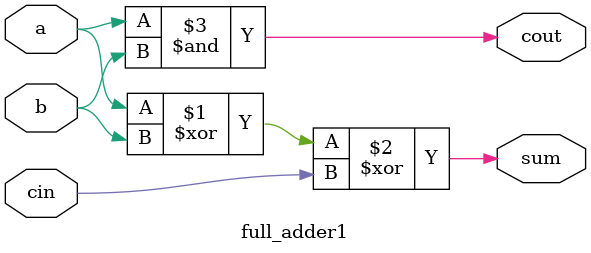
<source format=v>
module full_adder1(a,b,cin,sum,cout);
input a,b,cin;
output sum,cout;
assign sum = a^b^cin;
assign cout = a&b|cin&(1'b0); 
// initial begin
//     $display("The incorrect adder with or0 and and1 having out/0 and in1/0");
// end   
endmodule
</source>
